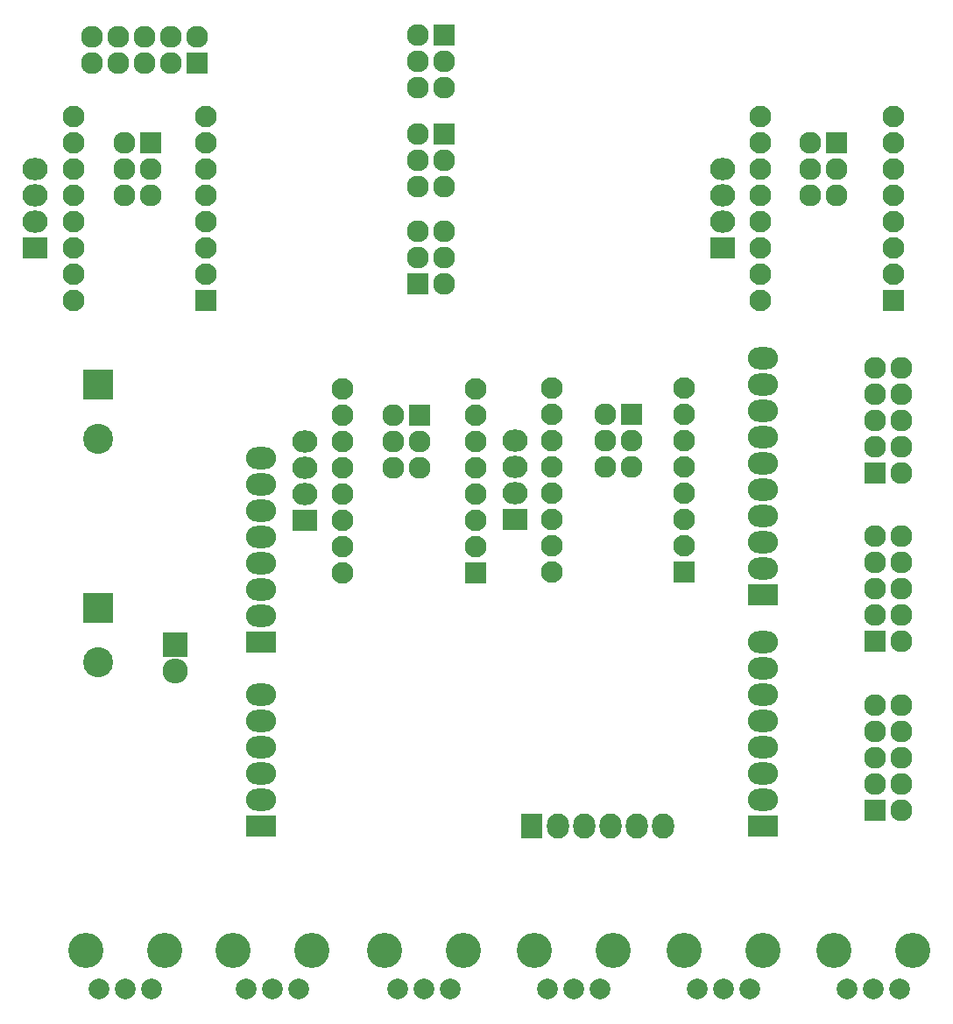
<source format=gbs>
G04 #@! TF.FileFunction,Soldermask,Bot*
%FSLAX46Y46*%
G04 Gerber Fmt 4.6, Leading zero omitted, Abs format (unit mm)*
G04 Created by KiCad (PCBNEW 4.0.0-rc1-stable) date 28.10.2015 10:15:14*
%MOMM*%
G01*
G04 APERTURE LIST*
%ADD10C,0.150000*%
%ADD11C,2.100000*%
%ADD12R,2.100000X2.100000*%
%ADD13R,2.127200X2.127200*%
%ADD14O,2.127200X2.127200*%
%ADD15R,2.432000X2.127200*%
%ADD16O,2.432000X2.127200*%
%ADD17C,2.900000*%
%ADD18R,2.900000X2.900000*%
%ADD19R,2.127200X2.432000*%
%ADD20O,2.127200X2.432000*%
%ADD21R,2.900000X2.127200*%
%ADD22O,2.900000X2.127200*%
%ADD23C,3.400000*%
%ADD24C,2.000000*%
%ADD25R,2.432000X2.432000*%
%ADD26O,2.432000X2.432000*%
G04 APERTURE END LIST*
D10*
D11*
X170919000Y-60960000D03*
X170919000Y-58420000D03*
X170919000Y-63500000D03*
X170919000Y-66040000D03*
X170919000Y-68580000D03*
X170919000Y-71120000D03*
X170919000Y-73660000D03*
X170919000Y-76200000D03*
D12*
X183769000Y-76200000D03*
D11*
X183769000Y-73660000D03*
X183769000Y-71120000D03*
X183769000Y-68580000D03*
X183769000Y-66040000D03*
X183769000Y-63500000D03*
X183769000Y-58420000D03*
X183769000Y-60960000D03*
X130533000Y-87249000D03*
X130533000Y-84709000D03*
X130533000Y-89789000D03*
X130533000Y-92329000D03*
X130533000Y-94869000D03*
X130533000Y-97409000D03*
X130533000Y-99949000D03*
X130533000Y-102489000D03*
D12*
X143383000Y-102489000D03*
D11*
X143383000Y-99949000D03*
X143383000Y-97409000D03*
X143383000Y-94869000D03*
X143383000Y-92329000D03*
X143383000Y-89789000D03*
X143383000Y-84709000D03*
X143383000Y-87249000D03*
X150726000Y-87185500D03*
X150726000Y-84645500D03*
X150726000Y-89725500D03*
X150726000Y-92265500D03*
X150726000Y-94805500D03*
X150726000Y-97345500D03*
X150726000Y-99885500D03*
X150726000Y-102425500D03*
D12*
X163576000Y-102425500D03*
D11*
X163576000Y-99885500D03*
X163576000Y-97345500D03*
X163576000Y-94805500D03*
X163576000Y-92265500D03*
X163576000Y-89725500D03*
X163576000Y-84645500D03*
X163576000Y-87185500D03*
X104498000Y-60960000D03*
X104498000Y-58420000D03*
X104498000Y-63500000D03*
X104498000Y-66040000D03*
X104498000Y-68580000D03*
X104498000Y-71120000D03*
X104498000Y-73660000D03*
X104498000Y-76200000D03*
D12*
X117348000Y-76200000D03*
D11*
X117348000Y-73660000D03*
X117348000Y-71120000D03*
X117348000Y-68580000D03*
X117348000Y-66040000D03*
X117348000Y-63500000D03*
X117348000Y-58420000D03*
X117348000Y-60960000D03*
D13*
X116459000Y-53213000D03*
D14*
X116459000Y-50673000D03*
X113919000Y-53213000D03*
X113919000Y-50673000D03*
X111379000Y-53213000D03*
X111379000Y-50673000D03*
X108839000Y-53213000D03*
X108839000Y-50673000D03*
X106299000Y-53213000D03*
X106299000Y-50673000D03*
D13*
X140335000Y-50546000D03*
D14*
X137795000Y-50546000D03*
X140335000Y-53086000D03*
X137795000Y-53086000D03*
X140335000Y-55626000D03*
X137795000Y-55626000D03*
D13*
X158432500Y-87185500D03*
D14*
X155892500Y-87185500D03*
X158432500Y-89725500D03*
X155892500Y-89725500D03*
X158432500Y-92265500D03*
X155892500Y-92265500D03*
D15*
X147193000Y-97345500D03*
D16*
X147193000Y-94805500D03*
X147193000Y-92265500D03*
X147193000Y-89725500D03*
D13*
X137985500Y-87249000D03*
D14*
X135445500Y-87249000D03*
X137985500Y-89789000D03*
X135445500Y-89789000D03*
X137985500Y-92329000D03*
X135445500Y-92329000D03*
D15*
X126873000Y-97409000D03*
D16*
X126873000Y-94869000D03*
X126873000Y-92329000D03*
X126873000Y-89789000D03*
D15*
X167259000Y-71120000D03*
D16*
X167259000Y-68580000D03*
X167259000Y-66040000D03*
X167259000Y-63500000D03*
D13*
X178244500Y-60960000D03*
D14*
X175704500Y-60960000D03*
X178244500Y-63500000D03*
X175704500Y-63500000D03*
X178244500Y-66040000D03*
X175704500Y-66040000D03*
D13*
X112014000Y-60960000D03*
D14*
X109474000Y-60960000D03*
X112014000Y-63500000D03*
X109474000Y-63500000D03*
X112014000Y-66040000D03*
X109474000Y-66040000D03*
D15*
X100838000Y-71120000D03*
D16*
X100838000Y-68580000D03*
X100838000Y-66040000D03*
X100838000Y-63500000D03*
D13*
X137795000Y-74549000D03*
D14*
X140335000Y-74549000D03*
X137795000Y-72009000D03*
X140335000Y-72009000D03*
X137795000Y-69469000D03*
X140335000Y-69469000D03*
D13*
X140335000Y-60071000D03*
D14*
X137795000Y-60071000D03*
X140335000Y-62611000D03*
X137795000Y-62611000D03*
X140335000Y-65151000D03*
X137795000Y-65151000D03*
D17*
X106934000Y-89578000D03*
D18*
X106934000Y-84328000D03*
D17*
X106934000Y-111104500D03*
D18*
X106934000Y-105854500D03*
D13*
X181991000Y-125476000D03*
D14*
X184531000Y-125476000D03*
X181991000Y-122936000D03*
X184531000Y-122936000D03*
X181991000Y-120396000D03*
X184531000Y-120396000D03*
X181991000Y-117856000D03*
X184531000Y-117856000D03*
X181991000Y-115316000D03*
X184531000Y-115316000D03*
D13*
X181991000Y-109093000D03*
D14*
X184531000Y-109093000D03*
X181991000Y-106553000D03*
X184531000Y-106553000D03*
X181991000Y-104013000D03*
X184531000Y-104013000D03*
X181991000Y-101473000D03*
X184531000Y-101473000D03*
X181991000Y-98933000D03*
X184531000Y-98933000D03*
D13*
X181991000Y-92837000D03*
D14*
X184531000Y-92837000D03*
X181991000Y-90297000D03*
X184531000Y-90297000D03*
X181991000Y-87757000D03*
X184531000Y-87757000D03*
X181991000Y-85217000D03*
X184531000Y-85217000D03*
X181991000Y-82677000D03*
X184531000Y-82677000D03*
D19*
X148844000Y-127000000D03*
D20*
X151384000Y-127000000D03*
X153924000Y-127000000D03*
X156464000Y-127000000D03*
X159004000Y-127000000D03*
X161544000Y-127000000D03*
D21*
X122682000Y-109200000D03*
D22*
X122682000Y-106660000D03*
X122682000Y-104120000D03*
X122682000Y-101580000D03*
X122682000Y-99040000D03*
X122682000Y-96500000D03*
X122682000Y-93960000D03*
X122682000Y-91420000D03*
D21*
X122682000Y-127000000D03*
D22*
X122682000Y-124460000D03*
X122682000Y-121920000D03*
X122682000Y-119380000D03*
X122682000Y-116840000D03*
X122682000Y-114300000D03*
D21*
X171182000Y-104656000D03*
D22*
X171182000Y-102116000D03*
X171182000Y-99576000D03*
X171182000Y-97036000D03*
X171182000Y-94496000D03*
X171182000Y-91956000D03*
X171182000Y-89416000D03*
X171182000Y-86876000D03*
X171182000Y-84336000D03*
X171182000Y-81796000D03*
D23*
X156718000Y-138998000D03*
D24*
X155448000Y-142748000D03*
X152908000Y-142748000D03*
X150368000Y-142748000D03*
D23*
X149098000Y-138998000D03*
X171196000Y-138998000D03*
D24*
X169926000Y-142748000D03*
X167386000Y-142748000D03*
X164846000Y-142748000D03*
D23*
X163576000Y-138998000D03*
X185674000Y-138998000D03*
D24*
X184404000Y-142748000D03*
X181864000Y-142748000D03*
X179324000Y-142748000D03*
D23*
X178054000Y-138998000D03*
D21*
X171182000Y-127000000D03*
D22*
X171182000Y-124460000D03*
X171182000Y-121920000D03*
X171182000Y-119380000D03*
X171182000Y-116840000D03*
X171182000Y-114300000D03*
X171182000Y-111760000D03*
X171182000Y-109220000D03*
D25*
X114363500Y-109410500D03*
D26*
X114363500Y-111950500D03*
D23*
X113347500Y-138998000D03*
D24*
X112077500Y-142748000D03*
X109537500Y-142748000D03*
X106997500Y-142748000D03*
D23*
X105727500Y-138998000D03*
X127571500Y-138998000D03*
D24*
X126301500Y-142748000D03*
X123761500Y-142748000D03*
X121221500Y-142748000D03*
D23*
X119951500Y-138998000D03*
X142176500Y-138998000D03*
D24*
X140906500Y-142748000D03*
X138366500Y-142748000D03*
X135826500Y-142748000D03*
D23*
X134556500Y-138998000D03*
M02*

</source>
